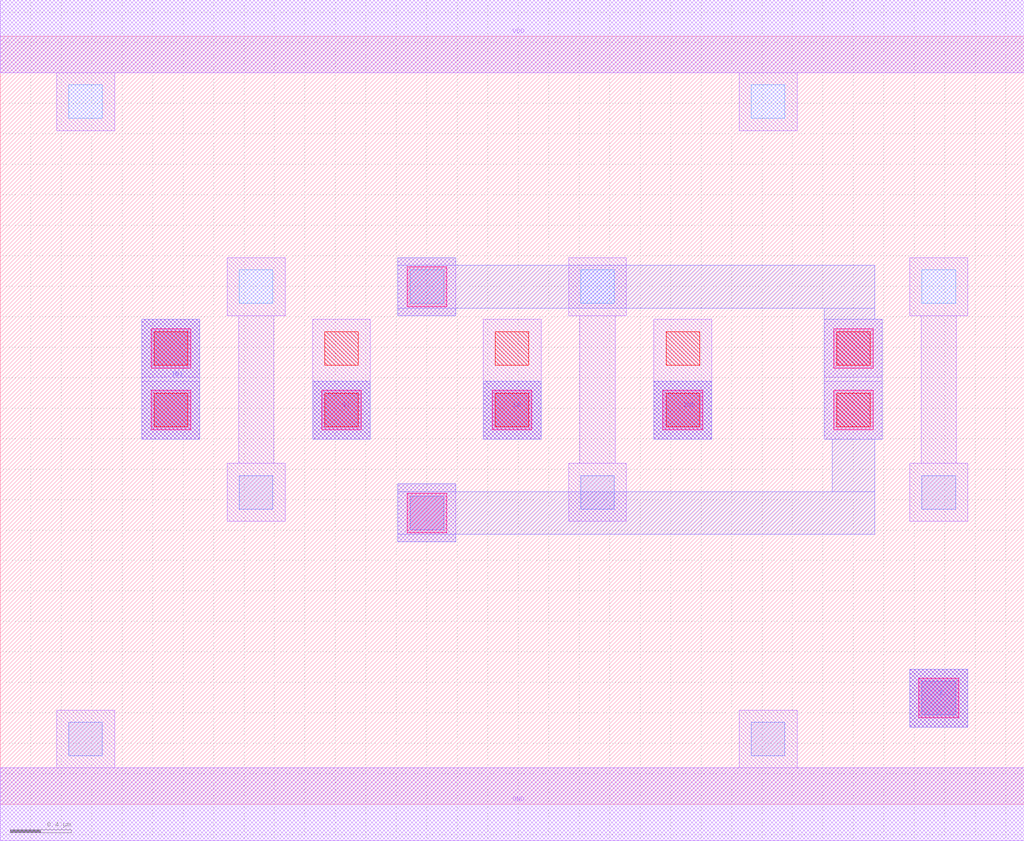
<source format=lef>
MACRO MUX2
 CLASS CORE ;
 FOREIGN MUX2 0 0 ;
 SIZE 6.72 BY 5.04 ;
 ORIGIN 0 0 ;
 SYMMETRY X Y R90 ;
 SITE unit ;
  PIN VDD
   DIRECTION INOUT ;
   USE POWER ;
   SHAPE ABUTMENT ;
    PORT
     CLASS CORE ;
       LAYER met1 ;
        RECT 0.00000000 4.80000000 6.72000000 5.28000000 ;
    END
  END VDD

  PIN GND
   DIRECTION INOUT ;
   USE POWER ;
   SHAPE ABUTMENT ;
    PORT
     CLASS CORE ;
       LAYER met1 ;
        RECT 0.00000000 -0.24000000 6.72000000 0.24000000 ;
    END
  END GND

  PIN Z
   DIRECTION INOUT ;
   USE SIGNAL ;
   SHAPE ABUTMENT ;
    PORT
     CLASS CORE ;
       LAYER met2 ;
        RECT 5.97000000 0.50700000 6.35000000 0.88700000 ;
    END
  END Z

  PIN IN1
   DIRECTION INOUT ;
   USE SIGNAL ;
   SHAPE ABUTMENT ;
    PORT
     CLASS CORE ;
       LAYER met2 ;
        RECT 0.93000000 2.39700000 1.31000000 3.18200000 ;
    END
  END IN1

  PIN IN0
   DIRECTION INOUT ;
   USE SIGNAL ;
   SHAPE ABUTMENT ;
    PORT
     CLASS CORE ;
       LAYER met2 ;
        RECT 4.29000000 2.39700000 4.67000000 2.77700000 ;
    END
  END IN0

  PIN S1
   DIRECTION INOUT ;
   USE SIGNAL ;
   SHAPE ABUTMENT ;
    PORT
     CLASS CORE ;
       LAYER met2 ;
        RECT 2.05000000 2.39700000 2.43000000 2.77700000 ;
    END
  END S1

  PIN S0
   DIRECTION INOUT ;
   USE SIGNAL ;
   SHAPE ABUTMENT ;
    PORT
     CLASS CORE ;
       LAYER met2 ;
        RECT 3.17000000 2.39700000 3.55000000 2.77700000 ;
    END
  END S0

 OBS
    LAYER polycont ;
     RECT 1.01000000 2.47700000 1.23000000 2.69700000 ;
     RECT 2.13000000 2.47700000 2.35000000 2.69700000 ;
     RECT 3.25000000 2.47700000 3.47000000 2.69700000 ;
     RECT 4.37000000 2.47700000 4.59000000 2.69700000 ;
     RECT 5.49000000 2.47700000 5.71000000 2.69700000 ;
     RECT 1.01000000 2.88200000 1.23000000 3.10200000 ;
     RECT 2.13000000 2.88200000 2.35000000 3.10200000 ;
     RECT 3.25000000 2.88200000 3.47000000 3.10200000 ;
     RECT 4.37000000 2.88200000 4.59000000 3.10200000 ;
     RECT 5.49000000 2.88200000 5.71000000 3.10200000 ;

    LAYER pdiffc ;
     RECT 1.57000000 3.28700000 1.79000000 3.50700000 ;
     RECT 2.69000000 3.28700000 2.91000000 3.50700000 ;
     RECT 3.81000000 3.28700000 4.03000000 3.50700000 ;
     RECT 6.05000000 3.28700000 6.27000000 3.50700000 ;
     RECT 0.45000000 4.50200000 0.67000000 4.72200000 ;
     RECT 4.93000000 4.50200000 5.15000000 4.72200000 ;

    LAYER ndiffc ;
     RECT 0.45000000 0.31700000 0.67000000 0.53700000 ;
     RECT 4.93000000 0.31700000 5.15000000 0.53700000 ;
     RECT 6.05000000 0.58700000 6.27000000 0.80700000 ;
     RECT 2.69000000 1.80200000 2.91000000 2.02200000 ;
     RECT 1.57000000 1.93700000 1.79000000 2.15700000 ;
     RECT 3.81000000 1.93700000 4.03000000 2.15700000 ;
     RECT 6.05000000 1.93700000 6.27000000 2.15700000 ;

    LAYER met1 ;
     RECT 0.00000000 -0.24000000 6.72000000 0.24000000 ;
     RECT 0.37000000 0.24000000 0.75000000 0.61700000 ;
     RECT 4.85000000 0.24000000 5.23000000 0.61700000 ;
     RECT 5.97000000 0.50700000 6.35000000 0.88700000 ;
     RECT 2.61000000 1.72200000 2.99000000 2.10200000 ;
     RECT 0.93000000 2.39700000 1.31000000 2.77700000 ;
     RECT 5.41000000 2.39700000 5.79000000 2.77700000 ;
     RECT 0.93000000 2.80200000 1.31000000 3.18200000 ;
     RECT 2.05000000 2.39700000 2.43000000 3.18200000 ;
     RECT 3.17000000 2.39700000 3.55000000 3.18200000 ;
     RECT 4.29000000 2.39700000 4.67000000 3.18200000 ;
     RECT 5.41000000 2.80200000 5.79000000 3.18200000 ;
     RECT 1.49000000 1.85700000 1.87000000 2.23700000 ;
     RECT 1.56500000 2.23700000 1.79500000 3.20700000 ;
     RECT 1.49000000 3.20700000 1.87000000 3.58700000 ;
     RECT 2.61000000 3.20700000 2.99000000 3.58700000 ;
     RECT 3.73000000 1.85700000 4.11000000 2.23700000 ;
     RECT 3.80500000 2.23700000 4.03500000 3.20700000 ;
     RECT 3.73000000 3.20700000 4.11000000 3.58700000 ;
     RECT 5.97000000 1.85700000 6.35000000 2.23700000 ;
     RECT 6.04500000 2.23700000 6.27500000 3.20700000 ;
     RECT 5.97000000 3.20700000 6.35000000 3.58700000 ;
     RECT 0.37000000 4.42200000 0.75000000 4.80000000 ;
     RECT 4.85000000 4.42200000 5.23000000 4.80000000 ;
     RECT 0.00000000 4.80000000 6.72000000 5.28000000 ;

    LAYER via1 ;
     RECT 6.03000000 0.56700000 6.29000000 0.82700000 ;
     RECT 2.67000000 1.78200000 2.93000000 2.04200000 ;
     RECT 0.99000000 2.45700000 1.25000000 2.71700000 ;
     RECT 2.11000000 2.45700000 2.37000000 2.71700000 ;
     RECT 3.23000000 2.45700000 3.49000000 2.71700000 ;
     RECT 4.35000000 2.45700000 4.61000000 2.71700000 ;
     RECT 5.47000000 2.45700000 5.73000000 2.71700000 ;
     RECT 0.99000000 2.86200000 1.25000000 3.12200000 ;
     RECT 5.47000000 2.86200000 5.73000000 3.12200000 ;
     RECT 2.67000000 3.26700000 2.93000000 3.52700000 ;

    LAYER met2 ;
     RECT 5.97000000 0.50700000 6.35000000 0.88700000 ;
     RECT 2.05000000 2.39700000 2.43000000 2.77700000 ;
     RECT 3.17000000 2.39700000 3.55000000 2.77700000 ;
     RECT 4.29000000 2.39700000 4.67000000 2.77700000 ;
     RECT 0.93000000 2.39700000 1.31000000 3.18200000 ;
     RECT 2.61000000 1.72200000 2.99000000 1.77200000 ;
     RECT 2.61000000 1.77200000 5.74000000 2.05200000 ;
     RECT 2.61000000 2.05200000 2.99000000 2.10200000 ;
     RECT 5.46000000 2.05200000 5.74000000 2.39700000 ;
     RECT 5.41000000 2.39700000 5.79000000 3.18200000 ;
     RECT 2.61000000 3.20700000 2.99000000 3.25700000 ;
     RECT 5.41000000 3.18200000 5.74000000 3.25700000 ;
     RECT 2.61000000 3.25700000 5.74000000 3.53700000 ;
     RECT 2.61000000 3.53700000 2.99000000 3.58700000 ;

 END
END MUX2

</source>
